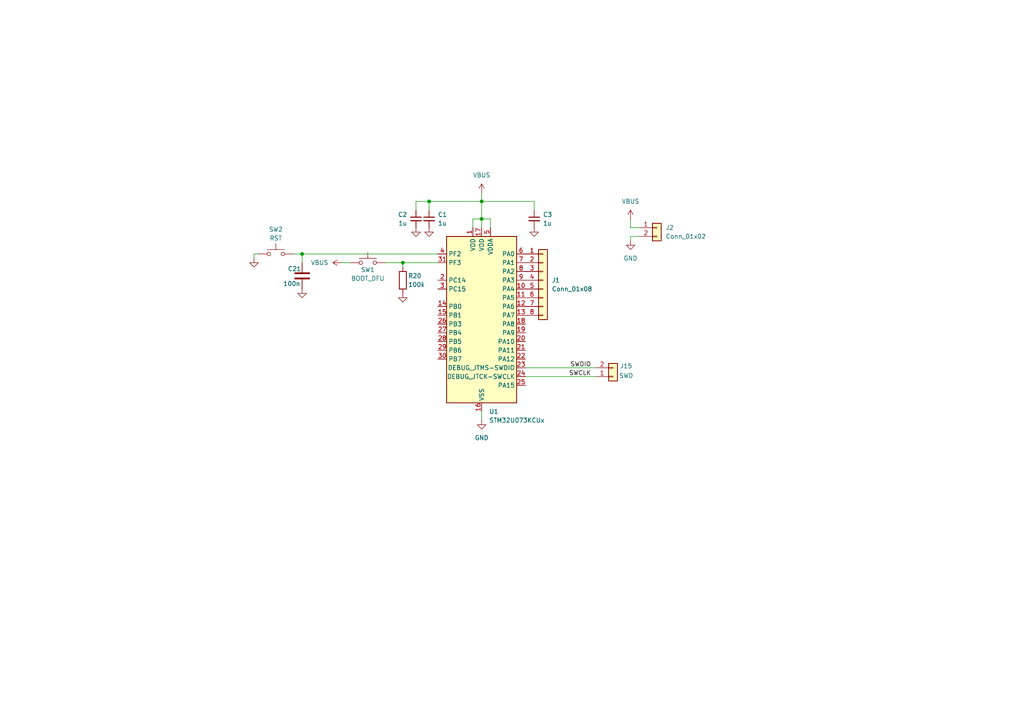
<source format=kicad_sch>
(kicad_sch (version 20250114) (generator "eeschema") (generator_version "9.0")
  (paper "A4")
  (lib_symbols
    (symbol "Connector_Generic:Conn_01x02" (pin_names (offset 1.016) (hide yes))
      (property "Reference" "J" (at 0 2.54 0))
      (property "Value" "Conn_01x02" (at 0 -5.08 0))
      (symbol "Conn_01x02_1_1"
        (rectangle (start -1.27 1.27) (end 1.27 -3.81) (stroke (width 0.254)) (fill (type background)))
        (rectangle (start -1.27 0.127) (end 0 -0.127) (stroke (width 0.1524)))
        (rectangle (start -1.27 -2.413) (end 0 -2.667) (stroke (width 0.1524)))
        (pin passive line (at -5.08 0 0) (length 3.81) (name "Pin_1") (number "1"))
        (pin passive line (at -5.08 -2.54 0) (length 3.81) (name "Pin_2") (number "2"))
      )
    )
    (symbol "Connector_Generic:Conn_01x08" (pin_names (offset 1.016) (hide yes))
      (property "Reference" "J" (at 0 10.16 0))
      (property "Value" "Conn_01x08" (at 0 -12.7 0))
      (symbol "Conn_01x08_1_1"
        (rectangle (start -1.27 8.89) (end 1.27 -11.43) (stroke (width 0.254)) (fill (type background)))
        (rectangle (start -1.27 7.747) (end 0 7.493) (stroke (width 0.1524)))
        (rectangle (start -1.27 5.207) (end 0 4.953) (stroke (width 0.1524)))
        (rectangle (start -1.27 2.667) (end 0 2.413) (stroke (width 0.1524)))
        (rectangle (start -1.27 0.127) (end 0 -0.127) (stroke (width 0.1524)))
        (rectangle (start -1.27 -2.413) (end 0 -2.667) (stroke (width 0.1524)))
        (rectangle (start -1.27 -4.953) (end 0 -5.207) (stroke (width 0.1524)))
        (rectangle (start -1.27 -7.493) (end 0 -7.747) (stroke (width 0.1524)))
        (rectangle (start -1.27 -10.033) (end 0 -10.287) (stroke (width 0.1524)))
        (pin passive line (at -5.08 7.62 0) (length 3.81) (name "Pin_1") (number "1"))
        (pin passive line (at -5.08 5.08 0) (length 3.81) (name "Pin_2") (number "2"))
        (pin passive line (at -5.08 2.54 0) (length 3.81) (name "Pin_3") (number "3"))
        (pin passive line (at -5.08 0 0) (length 3.81) (name "Pin_4") (number "4"))
        (pin passive line (at -5.08 -2.54 0) (length 3.81) (name "Pin_5") (number "5"))
        (pin passive line (at -5.08 -5.08 0) (length 3.81) (name "Pin_6") (number "6"))
        (pin passive line (at -5.08 -7.62 0) (length 3.81) (name "Pin_7") (number "7"))
        (pin passive line (at -5.08 -10.16 0) (length 3.81) (name "Pin_8") (number "8"))
      )
    )
    (symbol "Device:C" (pin_numbers (hide yes)) (pin_names (offset 0.254))
      (property "Reference" "C" (at 0.635 2.54 0))
      (property "Value" "C" (at 0.635 -2.54 0))
      (symbol "C_0_1"
        (polyline (pts (xy -2.032 0.762) (xy 2.032 0.762)) (stroke (width 0.508)))
        (polyline (pts (xy -2.032 -0.762) (xy 2.032 -0.762)) (stroke (width 0.508)))
      )
      (symbol "C_1_1"
        (pin passive line (at 0 3.81 270) (length 2.794) (name "~") (number "1"))
        (pin passive line (at 0 -3.81 90) (length 2.794) (name "~") (number "2"))
      )
    )
    (symbol "Device:C_Small" (pin_numbers (hide yes)) (pin_names (offset 0.254) (hide yes))
      (property "Reference" "C" (at 0.254 1.778 0))
      (property "Value" "C_Small" (at 0.254 -2.032 0))
      (symbol "C_Small_0_1"
        (polyline (pts (xy -1.524 0.508) (xy 1.524 0.508)) (stroke (width 0.3048)))
        (polyline (pts (xy -1.524 -0.508) (xy 1.524 -0.508)) (stroke (width 0.3302)))
      )
      (symbol "C_Small_1_1"
        (pin passive line (at 0 2.54 270) (length 2.032) (name "~") (number "1"))
        (pin passive line (at 0 -2.54 90) (length 2.032) (name "~") (number "2"))
      )
    )
    (symbol "Device:R" (pin_numbers (hide yes)) (pin_names (offset 0))
      (property "Reference" "R" (at 2.032 0 90))
      (property "Value" "R" (at 0 0 90))
      (symbol "R_0_1"
        (rectangle (start -1.016 -2.54) (end 1.016 2.54) (stroke (width 0.254)))
      )
      (symbol "R_1_1"
        (pin passive line (at 0 3.81 270) (length 1.27) (name "~") (number "1"))
        (pin passive line (at 0 -3.81 90) (length 1.27) (name "~") (number "2"))
      )
    )
    (symbol "MCU_ST_STM32U0:STM32U073KCUx"
      (property "Reference" "U" (at -10.16 26.67 0))
      (property "Value" "STM32U073KCUx" (at 5.08 26.67 0))
      (symbol "STM32U073KCUx_0_1"
        (rectangle (start -10.16 -22.86) (end 10.16 25.4) (stroke (width 0.254)) (fill (type background)))
      )
      (symbol "STM32U073KCUx_1_1"
        (pin bidirectional line (at -12.7 20.32 0) (length 2.54) (name "PF2") (number "4"))
        (pin bidirectional line (at -12.7 17.78 0) (length 2.54) (name "PF3") (number "31"))
        (pin bidirectional line (at -12.7 12.7 0) (length 2.54) (name "PC14") (number "2"))
        (pin bidirectional line (at -12.7 10.16 0) (length 2.54) (name "PC15") (number "3"))
        (pin bidirectional line (at -12.7 5.08 0) (length 2.54) (name "PB0") (number "14"))
        (pin bidirectional line (at -12.7 2.54 0) (length 2.54) (name "PB1") (number "15"))
        (pin bidirectional line (at -12.7 0 0) (length 2.54) (name "PB3") (number "26"))
        (pin bidirectional line (at -12.7 -2.54 0) (length 2.54) (name "PB4") (number "27"))
        (pin bidirectional line (at -12.7 -5.08 0) (length 2.54) (name "PB5") (number "28"))
        (pin bidirectional line (at -12.7 -7.62 0) (length 2.54) (name "PB6") (number "29"))
        (pin bidirectional line (at -12.7 -10.16 0) (length 2.54) (name "PB7") (number "30"))
        (pin power_in line (at -2.54 27.94 270) (length 2.54) (name "VDD") (number "1"))
        (pin power_in line (at 0 27.94 270) (length 2.54) (name "VDD") (number "17"))
        (pin power_in line (at 0 -25.4 90) (length 2.54) (name "VSS") (number "16"))
        (pin passive line (at 0 -25.4 90) (length 2.54) (hide yes) (name "VSS") (number "32"))
        (pin passive line (at 0 -25.4 90) (length 2.54) (hide yes) (name "VSS") (number "33"))
        (pin power_in line (at 2.54 27.94 270) (length 2.54) (name "VDDA") (number "5"))
        (pin bidirectional line (at 12.7 20.32 180) (length 2.54) (name "PA0") (number "6"))
        (pin bidirectional line (at 12.7 17.78 180) (length 2.54) (name "PA1") (number "7"))
        (pin bidirectional line (at 12.7 15.24 180) (length 2.54) (name "PA2") (number "8"))
        (pin bidirectional line (at 12.7 12.7 180) (length 2.54) (name "PA3") (number "9"))
        (pin bidirectional line (at 12.7 10.16 180) (length 2.54) (name "PA4") (number "10"))
        (pin bidirectional line (at 12.7 7.62 180) (length 2.54) (name "PA5") (number "11"))
        (pin bidirectional line (at 12.7 5.08 180) (length 2.54) (name "PA6") (number "12"))
        (pin bidirectional line (at 12.7 2.54 180) (length 2.54) (name "PA7") (number "13"))
        (pin bidirectional line (at 12.7 0 180) (length 2.54) (name "PA8") (number "18"))
        (pin bidirectional line (at 12.7 -2.54 180) (length 2.54) (name "PA9") (number "19"))
        (pin bidirectional line (at 12.7 -5.08 180) (length 2.54) (name "PA10") (number "20"))
        (pin bidirectional line (at 12.7 -7.62 180) (length 2.54) (name "PA11") (number "21"))
        (pin bidirectional line (at 12.7 -10.16 180) (length 2.54) (name "PA12") (number "22"))
        (pin bidirectional line (at 12.7 -12.7 180) (length 2.54) (name "PA13") (number "23") (alternate "DEBUG_JTMS-SWDIO" bidirectional line))
        (pin bidirectional line (at 12.7 -15.24 180) (length 2.54) (name "PA14") (number "24") (alternate "DEBUG_JTCK-SWCLK" bidirectional line))
        (pin bidirectional line (at 12.7 -17.78 180) (length 2.54) (name "PA15") (number "25"))
      )
    )
    (symbol "Switch:SW_Push" (pin_numbers (hide yes)) (pin_names (offset 1.016) (hide yes))
      (property "Reference" "SW" (at 1.27 2.54 0))
      (property "Value" "SW_Push" (at 0 -1.524 0))
      (symbol "SW_Push_0_1"
        (circle (center -2.032 0) (radius 0.508))
        (polyline (pts (xy 0 1.27) (xy 0 3.048)))
        (circle (center 2.032 0) (radius 0.508))
        (polyline (pts (xy 2.54 1.27) (xy -2.54 1.27)))
        (pin passive line (at -5.08 0 0) (length 2.54) (name "1") (number "1"))
        (pin passive line (at 5.08 0 180) (length 2.54) (name "2") (number "2"))
      )
    )
    (symbol "power:GND" (power) (pin_numbers (hide yes)) (pin_names (offset 0) (hide yes))
      (property "Value" "GND" (at 0 -3.81 0))
      (symbol "GND_0_1"
        (polyline (pts (xy 0 0) (xy 0 -1.27) (xy 1.27 -1.27) (xy 0 -2.54) (xy -1.27 -1.27) (xy 0 -1.27)))
      )
      (symbol "GND_1_1"
        (pin power_in line (at 0 0 270) (length 0) (name "~") (number "1"))
      )
    )
    (symbol "power:VBUS" (power) (pin_numbers (hide yes)) (pin_names (offset 0) (hide yes))
      (property "Value" "VBUS" (at 0 3.556 0))
      (symbol "VBUS_0_1"
        (polyline (pts (xy -0.762 1.27) (xy 0 2.54)))
        (polyline (pts (xy 0 2.54) (xy 0.762 1.27)))
        (polyline (pts (xy 0 0) (xy 0 2.54)))
      )
      (symbol "VBUS_1_1"
        (pin power_in line (at 0 0 90) (length 0) (name "~") (number "1"))
      )
    )
  )
  (junction (at 139.7 63.5))
  (junction (at 87.63 73.66))
  (junction (at 124.46 58.42))
  (junction (at 116.84 76.2))
  (junction (at 139.7 58.42))
  (wire (pts (xy 120.65 58.42) (xy 124.46 58.42)))
  (wire (pts (xy 124.46 58.42) (xy 139.7 58.42)))
  (wire (pts (xy 142.24 63.5) (xy 139.7 63.5)))
  (wire (pts (xy 116.84 76.2) (xy 127 76.2)))
  (wire (pts (xy 137.16 66.04) (xy 137.16 63.5)))
  (wire (pts (xy 139.7 58.42) (xy 139.7 63.5)))
  (wire (pts (xy 87.63 73.66) (xy 85.09 73.66)))
  (wire (pts (xy 182.88 68.58) (xy 185.42 68.58)))
  (wire (pts (xy 152.4 106.68) (xy 172.72 106.68)))
  (wire (pts (xy 182.88 69.85) (xy 182.88 68.58)))
  (wire (pts (xy 87.63 73.66) (xy 127 73.66)))
  (wire (pts (xy 182.88 63.5) (xy 182.88 66.04)))
  (wire (pts (xy 139.7 63.5) (xy 139.7 66.04)))
  (wire (pts (xy 87.63 73.66) (xy 87.63 76.2)))
  (wire (pts (xy 154.94 58.42) (xy 139.7 58.42)))
  (wire (pts (xy 139.7 119.38) (xy 139.7 121.92)))
  (wire (pts (xy 152.4 109.22) (xy 172.72 109.22)))
  (wire (pts (xy 124.46 58.42) (xy 124.46 60.96)))
  (wire (pts (xy 142.24 66.04) (xy 142.24 63.5)))
  (wire (pts (xy 101.6 76.2) (xy 99.06 76.2)))
  (wire (pts (xy 137.16 63.5) (xy 139.7 63.5)))
  (wire (pts (xy 120.65 60.96) (xy 120.65 58.42)))
  (wire (pts (xy 116.84 76.2) (xy 111.76 76.2)))
  (wire (pts (xy 139.7 55.88) (xy 139.7 58.42)))
  (wire (pts (xy 182.88 66.04) (xy 185.42 66.04)))
  (wire (pts (xy 116.84 77.47) (xy 116.84 76.2)))
  (wire (pts (xy 154.94 60.96) (xy 154.94 58.42)))
  (wire (pts (xy 73.66 73.66) (xy 73.66 74.93)))
  (wire (pts (xy 74.93 73.66) (xy 73.66 73.66)))
  (label "SWCLK" (at 171.45 109.22 180))
  (label "SWDIO" (at 171.45 106.68 180))
  (symbol (lib_id "Connector_Generic:Conn_01x02") (at 190.5 66.04 0) (unit 1)
    (property "Reference" "J2" (at 193.04 66.0399 0) (effects (justify left)))
    (property "Value" "Conn_01x02" (at 193.04 68.5799 0) (effects (justify left)))
    (property "Footprint" "Connector_PinHeader_2.54mm:PinHeader_1x02_P2.54mm_Vertical" (effects (hide yes)))
    (property "Description" "Generic connector, single row, 01x02, script generated (kicad-library-utils/schlib/autogen/connector/)" (effects (hide yes)))
  )
  (symbol (lib_id "Switch:SW_Push") (at 106.68 76.2 0) (mirror y) (unit 1)
    (property "Reference" "SW1" (at 106.68 78.232 0))
    (property "Value" "BOOT_DFU" (at 106.68 80.772 0))
    (property "Footprint" "Button_Switch_SMD:SW_SPST_B3S-1000" (effects (hide yes)))
    (property "Description" "Push button switch, generic, two pins" (effects (hide yes)))
  )
  (symbol (lib_id "MCU_ST_STM32U0:STM32U073KCUx") (at 139.7 93.98 0) (unit 1)
    (property "Reference" "U1" (at 141.8433 119.38 0) (effects (justify left)))
    (property "Value" "STM32U073KCUx" (at 141.8433 121.92 0) (effects (justify left)))
    (property "Footprint" "Package_DFN_QFN:QFN-32-1EP_5x5mm_P0.5mm_EP3.45x3.45mm" (effects (hide yes)))
    (property "Datasheet" "https://www.st.com/resource/en/datasheet/stm32u073kc.pdf" (effects (hide yes)))
    (property "Description" "STMicroelectronics Arm Cortex-M0+ MCU, 256KB flash, 40KB RAM, 56 MHz, 27 GPIO, UFQFPN32" (effects (hide yes)))
    (pin "24" (alternate "DEBUG_JTCK-SWCLK"))
    (pin "23" (alternate "DEBUG_JTMS-SWDIO"))
  )
  (symbol (lib_id "power:VBUS") (at 139.7 55.88 0) (unit 1)
    (property "Reference" "#PWR02" (effects (hide yes)))
    (property "Value" "VBUS" (at 139.7 50.8 0))
    (property "Description" "Power symbol creates a global label with name \"VBUS\"" (effects (hide yes)))
  )
  (symbol (lib_id "Device:C_Small") (at 154.94 63.5 0) (unit 1)
    (property "Reference" "C3" (at 157.48 62.2362 0) (effects (justify left)))
    (property "Value" "1u" (at 157.48 64.7762 0) (effects (justify left)))
    (property "Footprint" "Capacitor_SMD:C_0603_1608Metric" (effects (hide yes)))
    (property "Description" "Unpolarized capacitor, small symbol" (effects (hide yes)))
  )
  (symbol (lib_id "power:GND") (at 182.88 69.85 0) (unit 1)
    (property "Reference" "#PWR05" (effects (hide yes)))
    (property "Value" "GND" (at 182.88 74.93 0))
    (property "Description" "Power symbol creates a global label with name \"GND\" , ground" (effects (hide yes)))
  )
  (symbol (lib_id "Device:C_Small") (at 120.65 63.5 0) (mirror y) (unit 1)
    (property "Reference" "C2" (at 118.11 62.2362 0) (effects (justify left)))
    (property "Value" "1u" (at 118.11 64.7762 0) (effects (justify left)))
    (property "Footprint" "Capacitor_SMD:C_0603_1608Metric" (effects (hide yes)))
    (property "Description" "Unpolarized capacitor, small symbol" (effects (hide yes)))
  )
  (symbol (lib_id "Device:R") (at 116.84 81.28 0) (unit 1)
    (property "Reference" "R20" (at 118.364 80.01 0) (effects (justify left)))
    (property "Value" "100k" (at 118.364 82.55 0) (effects (justify left)))
    (property "Footprint" "Resistor_SMD:R_0603_1608Metric" (effects (hide yes)))
    (property "Description" "Resistor" (effects (hide yes)))
  )
  (symbol (lib_id "power:VBUS") (at 99.06 76.2 90) (unit 1)
    (property "Reference" "#PWR03" (effects (hide yes)))
    (property "Value" "VBUS" (at 95.25 76.1999 90) (effects (justify left)))
    (property "Description" "Power symbol creates a global label with name \"VBUS\"" (effects (hide yes)))
  )
  (symbol (lib_id "Device:C_Small") (at 124.46 63.5 0) (unit 1)
    (property "Reference" "C1" (at 127 62.2362 0) (effects (justify left)))
    (property "Value" "1u" (at 127 64.7762 0) (effects (justify left)))
    (property "Footprint" "Capacitor_SMD:C_0603_1608Metric" (effects (hide yes)))
    (property "Description" "Unpolarized capacitor, small symbol" (effects (hide yes)))
  )
  (symbol (lib_id "power:GND") (at 73.66 74.93 0) (mirror y) (unit 1)
    (property "Reference" "#PWR052" (effects (hide yes)))
    (property "Value" "GND" (effects (hide yes)))
    (property "Description" "Power symbol creates a global label with name \"GND\" , ground" (effects (hide yes)))
  )
  (symbol (lib_id "Connector_Generic:Conn_01x08") (at 157.48 81.28 0) (unit 1)
    (property "Reference" "J1" (at 160.02 81.2799 0) (effects (justify left)))
    (property "Value" "Conn_01x08" (at 160.02 83.8199 0) (effects (justify left)))
    (property "Footprint" "Connector_PinHeader_2.54mm:PinHeader_1x08_P2.54mm_Vertical" (effects (hide yes)))
    (property "Description" "Generic connector, single row, 01x08, script generated (kicad-library-utils/schlib/autogen/connector/)" (effects (hide yes)))
  )
  (symbol (lib_id "power:GND") (at 154.94 66.04 0) (unit 1)
    (property "Reference" "#PWR08" (effects (hide yes)))
    (property "Value" "GND" (effects (hide yes)))
    (property "Description" "Power symbol creates a global label with name \"GND\" , ground" (effects (hide yes)))
  )
  (symbol (lib_id "power:GND") (at 116.84 85.09 0) (mirror y) (unit 1)
    (property "Reference" "#PWR048" (effects (hide yes)))
    (property "Value" "GND" (effects (hide yes)))
    (property "Description" "Power symbol creates a global label with name \"GND\" , ground" (effects (hide yes)))
  )
  (symbol (lib_id "Device:C") (at 87.63 80.01 0) (mirror y) (unit 1)
    (property "Reference" "C21" (at 87.376 77.978 0) (effects (justify left)))
    (property "Value" "100n" (at 87.122 82.296 0) (effects (justify left)))
    (property "Footprint" "Capacitor_SMD:C_0603_1608Metric" (effects (hide yes)))
    (property "Description" "Unpolarized capacitor" (effects (hide yes)))
  )
  (symbol (lib_id "power:VBUS") (at 182.88 63.5 0) (unit 1)
    (property "Reference" "#PWR04" (effects (hide yes)))
    (property "Value" "VBUS" (at 182.88 58.42 0))
    (property "Description" "Power symbol creates a global label with name \"VBUS\"" (effects (hide yes)))
  )
  (symbol (lib_id "power:GND") (at 87.63 83.82 0) (mirror y) (unit 1)
    (property "Reference" "#PWR051" (effects (hide yes)))
    (property "Value" "GND" (effects (hide yes)))
    (property "Description" "Power symbol creates a global label with name \"GND\" , ground" (effects (hide yes)))
  )
  (symbol (lib_id "power:GND") (at 124.46 66.04 0) (unit 1)
    (property "Reference" "#PWR07" (effects (hide yes)))
    (property "Value" "GND" (effects (hide yes)))
    (property "Description" "Power symbol creates a global label with name \"GND\" , ground" (effects (hide yes)))
  )
  (symbol (lib_id "Switch:SW_Push") (at 80.01 73.66 0) (mirror y) (unit 1)
    (property "Reference" "SW2" (at 80.01 66.548 0))
    (property "Value" "RST" (at 80.01 69.088 0))
    (property "Footprint" "Button_Switch_SMD:SW_SPST_B3S-1000" (effects (hide yes)))
    (property "Description" "Push button switch, generic, two pins" (effects (hide yes)))
  )
  (symbol (lib_id "power:GND") (at 139.7 121.92 0) (unit 1)
    (property "Reference" "#PWR01" (effects (hide yes)))
    (property "Value" "GND" (at 139.7 127 0))
    (property "Description" "Power symbol creates a global label with name \"GND\" , ground" (effects (hide yes)))
  )
  (symbol (lib_id "power:GND") (at 120.65 66.04 0) (unit 1)
    (property "Reference" "#PWR06" (effects (hide yes)))
    (property "Value" "GND" (effects (hide yes)))
    (property "Description" "Power symbol creates a global label with name \"GND\" , ground" (effects (hide yes)))
  )
  (symbol (lib_id "Connector_Generic:Conn_01x02") (at 177.8 109.22 0) (mirror x) (unit 1)
    (property "Reference" "J15" (at 181.61 106.172 0))
    (property "Value" "SWD" (at 181.61 108.966 0))
    (property "Footprint" "Connector_PinHeader_2.54mm:PinHeader_1x02_P2.54mm_Vertical" (effects (hide yes)))
    (property "Description" "Generic connector, single row, 01x02, script generated (kicad-library-utils/schlib/autogen/connector/)" (effects (hide yes)))
  )
)
</source>
